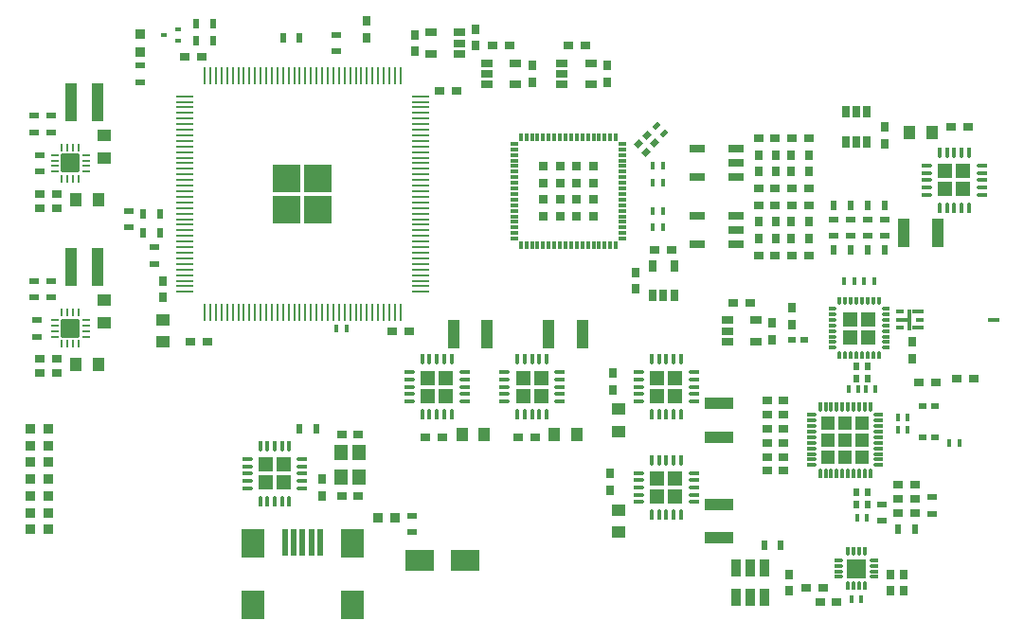
<source format=gtp>
%FSLAX46Y46*%
%MOMM*%
%AMPS74*
21,1,1.400000,1.200000,0.000000,0.000000,270.000000*
%
%ADD74PS74*%
%AMPS22*
21,1,1.000000,2.500000,0.000000,0.000000,0.000000*
%
%ADD22PS22*%
%AMPS64*
21,1,1.000000,2.500000,0.000000,0.000000,180.000000*
%
%ADD64PS64*%
%AMPS58*
21,1,1.000000,2.500000,0.000000,0.000000,270.000000*
%
%ADD58PS58*%
%AMPS38*
21,1,0.980000,3.400000,0.000000,0.000000,0.000000*
%
%ADD38PS38*%
%AMPS60*
21,1,2.500000,1.800000,0.000000,0.000000,180.000000*
%
%ADD60PS60*%
%AMPS73*
21,1,0.510000,0.400000,0.000000,0.000000,180.000000*
%
%ADD73PS73*%
%AMPS63*
21,1,0.890000,1.600000,0.000000,0.000000,0.000000*
%
%ADD63PS63*%
%AMPS62*
21,1,0.890000,1.600000,0.000000,0.000000,180.000000*
%
%ADD62PS62*%
%AMPS76*
21,1,0.250000,1.450000,0.000000,0.000000,0.000000*
%
%ADD76PS76*%
%AMPS77*
21,1,0.250000,1.450000,0.000000,0.000000,90.000000*
%
%ADD77PS77*%
%AMPS79*
21,1,0.250000,1.450000,0.000000,0.000000,180.000000*
%
%ADD79PS79*%
%AMPS78*
21,1,0.250000,1.450000,0.000000,0.000000,270.000000*
%
%ADD78PS78*%
%AMPS65*
21,1,0.625000,0.850000,0.000000,0.000000,0.000000*
%
%ADD65PS65*%
%AMPS75*
21,1,0.625000,0.850000,0.000000,0.000000,180.000000*
%
%ADD75PS75*%
%AMPS85*
21,1,0.280000,0.686000,0.000000,0.000000,0.000000*
%
%ADD85PS85*%
%AMPS82*
21,1,0.280000,0.686000,0.000000,0.000000,90.000000*
%
%ADD82PS82*%
%AMPS84*
21,1,0.280000,0.686000,0.000000,0.000000,180.000000*
%
%ADD84PS84*%
%AMPS83*
21,1,0.280000,0.686000,0.000000,0.000000,270.000000*
%
%ADD83PS83*%
%AMPS56*
21,1,0.360000,0.710000,0.000000,0.000000,270.000000*
%
%ADD56PS56*%
%AMPS81*
21,1,0.600000,0.500000,0.000000,0.000000,45.000000*
%
%ADD81PS81*%
%AMPS47*
21,1,0.600000,0.500000,0.000000,0.000000,90.000000*
%
%ADD47PS47*%
%AMPS59*
21,1,0.600000,0.500000,0.000000,0.000000,180.000000*
%
%ADD59PS59*%
%AMPS72*
21,1,0.600000,0.500000,0.000000,0.000000,225.000000*
%
%ADD72PS72*%
%AMPS69*
21,1,0.600000,0.500000,0.000000,0.000000,270.000000*
%
%ADD69PS69*%
%AMPS23*
21,1,0.500000,0.900000,0.000000,0.000000,0.000000*
%
%ADD23PS23*%
%AMPS16*
21,1,0.500000,0.900000,0.000000,0.000000,90.000000*
%
%ADD16PS16*%
%AMPS15*
21,1,0.500000,0.900000,0.000000,0.000000,180.000000*
%
%ADD15PS15*%
%AMPS21*
21,1,0.500000,0.900000,0.000000,0.000000,270.000000*
%
%ADD21PS21*%
%AMPS71*
21,1,2.300000,0.500000,0.000000,0.000000,90.000000*
%
%ADD71PS71*%
%AMPS53*
21,1,0.360000,1.000000,0.000000,0.000000,270.000000*
%
%ADD53PS53*%
%AMPS43*
21,1,1.750000,1.750000,0.000000,0.000000,90.000000*
%
%ADD43PS43*%
%AMPS17*
21,1,0.800000,0.750000,0.000000,0.000000,0.000000*
%
%ADD17PS17*%
%AMPS31*
21,1,0.800000,0.750000,0.000000,0.000000,90.000000*
%
%ADD31PS31*%
%AMPS24*
21,1,0.800000,0.750000,0.000000,0.000000,180.000000*
%
%ADD24PS24*%
%AMPS30*
21,1,0.800000,0.750000,0.000000,0.000000,270.000000*
%
%ADD30PS30*%
%AMPS54*
21,1,0.360000,1.065000,0.000000,0.000000,270.000000*
%
%ADD54PS54*%
%AMPS55*
21,1,1.780000,0.410000,0.000000,0.000000,270.000000*
%
%ADD55PS55*%
%AMPS67*
21,1,0.600000,1.100000,0.000000,0.000000,0.000000*
%
%ADD67PS67*%
%AMPS66*
21,1,0.600000,1.100000,0.000000,0.000000,180.000000*
%
%ADD66PS66*%
%AMPS25*
21,1,1.000000,1.250000,0.000000,0.000000,0.000000*
%
%ADD25PS25*%
%AMPS88*
21,1,1.000000,1.250000,0.000000,0.000000,180.000000*
%
%ADD88PS88*%
%AMPS37*
21,1,1.000000,1.250000,0.000000,0.000000,270.000000*
%
%ADD37PS37*%
%AMPS18*
21,1,0.800000,0.800000,0.000000,0.000000,0.000000*
%
%ADD18PS18*%
%AMPS44*
21,1,0.800000,0.800000,0.000000,0.000000,180.000000*
%
%ADD44PS44*%
%AMPS61*
21,1,0.800000,0.800000,0.000000,0.000000,270.000000*
%
%ADD61PS61*%
%AMPS70*
21,1,2.500000,2.000000,0.000000,0.000000,90.000000*
%
%ADD70PS70*%
%AMPS26*
21,1,0.760000,1.400000,0.000000,0.000000,90.000000*
%
%ADD26PS26*%
%AMPS27*
21,1,0.760000,1.400000,0.000000,0.000000,270.000000*
%
%ADD27PS27*%
%AMPS20*
21,1,0.400000,0.600000,0.000000,0.000000,0.000000*
%
%ADD20PS20*%
%AMPS87*
21,1,0.400000,0.600000,0.000000,0.000000,135.000000*
%
%ADD87PS87*%
%AMPS19*
21,1,0.400000,0.600000,0.000000,0.000000,180.000000*
%
%ADD19PS19*%
%AMPS52*
21,1,1.200000,1.200000,0.000000,0.000000,90.000000*
21,1,1.200000,1.200000,0.000000,1.500000,90.000000*
21,1,1.200000,1.200000,1.500000,1.500000,90.000000*
21,1,1.200000,1.200000,-1.500000,1.500000,90.000000*
21,1,1.200000,1.200000,0.000000,-1.500000,90.000000*
21,1,1.200000,1.200000,-1.500000,-1.500000,90.000000*
21,1,1.200000,1.200000,1.500000,-1.500000,90.000000*
21,1,1.200000,1.200000,-1.500000,0.000000,90.000000*
21,1,1.200000,1.200000,1.500000,0.000000,90.000000*
%
%ADD52PS52*%
%AMPS36*
1,1,0.100000,-0.800000,0.800000*
1,1,0.100000,0.800000,0.800000*
21,1,1.700000,1.600000,0.000000,0.000000,270.000000*
21,1,1.600000,1.700000,0.000000,0.000000,270.000000*
1,1,0.100000,-0.800000,-0.800000*
1,1,0.100000,0.800000,-0.800000*
%
%ADD36PS36*%
%AMPS34*
1,1,0.100000,-0.075000,-0.250000*
1,1,0.100000,-0.075000,0.250000*
21,1,0.250000,0.500000,0.000000,0.000000,0.000000*
21,1,0.150000,0.600000,0.000000,0.000000,0.000000*
1,1,0.100000,0.075000,-0.250000*
1,1,0.100000,0.075000,0.250000*
%
%ADD34PS34*%
%AMPS33*
1,1,0.100000,0.250000,-0.075000*
1,1,0.100000,-0.250000,-0.075000*
21,1,0.250000,0.500000,0.000000,0.000000,90.000000*
21,1,0.150000,0.600000,0.000000,0.000000,90.000000*
1,1,0.100000,0.250000,0.075000*
1,1,0.100000,-0.250000,0.075000*
%
%ADD33PS33*%
%AMPS32*
1,1,0.100000,0.075000,0.250000*
1,1,0.100000,0.075000,-0.250000*
21,1,0.250000,0.500000,0.000000,0.000000,180.000000*
21,1,0.150000,0.600000,0.000000,0.000000,180.000000*
1,1,0.100000,-0.075000,0.250000*
1,1,0.100000,-0.075000,-0.250000*
%
%ADD32PS32*%
%AMPS35*
1,1,0.100000,-0.250000,0.075000*
1,1,0.100000,0.250000,0.075000*
21,1,0.250000,0.500000,0.000000,0.000000,270.000000*
21,1,0.150000,0.600000,0.000000,0.000000,270.000000*
1,1,0.100000,-0.250000,-0.075000*
1,1,0.100000,0.250000,-0.075000*
%
%ADD35PS35*%
%AMPS46*
1,1,0.100000,-0.250000,-0.500000*
1,1,0.100000,-0.250000,0.500000*
21,1,0.600000,1.000000,0.000000,0.000000,0.000000*
21,1,0.500000,1.100000,0.000000,0.000000,0.000000*
1,1,0.100000,0.250000,-0.500000*
1,1,0.100000,0.250000,0.500000*
%
%ADD46PS46*%
%AMPS29*
1,1,0.100000,0.500000,-0.250000*
1,1,0.100000,-0.500000,-0.250000*
21,1,0.600000,1.000000,0.000000,0.000000,90.000000*
21,1,0.500000,1.100000,0.000000,0.000000,90.000000*
1,1,0.100000,0.500000,0.250000*
1,1,0.100000,-0.500000,0.250000*
%
%ADD29PS29*%
%AMPS45*
1,1,0.100000,0.250000,0.500000*
1,1,0.100000,0.250000,-0.500000*
21,1,0.600000,1.000000,0.000000,0.000000,180.000000*
21,1,0.500000,1.100000,0.000000,0.000000,180.000000*
1,1,0.100000,-0.250000,0.500000*
1,1,0.100000,-0.250000,-0.500000*
%
%ADD45PS45*%
%AMPS28*
1,1,0.100000,-0.500000,0.250000*
1,1,0.100000,0.500000,0.250000*
21,1,0.600000,1.000000,0.000000,0.000000,270.000000*
21,1,0.500000,1.100000,0.000000,0.000000,270.000000*
1,1,0.100000,-0.500000,-0.250000*
1,1,0.100000,0.500000,-0.250000*
%
%ADD28PS28*%
%AMPS80*
21,1,2.400000,2.400000,-1.400000,-1.400000,90.000000*
21,1,2.400000,2.400000,1.400000,1.400000,90.000000*
21,1,2.400000,2.400000,-1.400000,1.400000,90.000000*
21,1,2.400000,2.400000,1.400000,-1.400000,90.000000*
%
%ADD80PS80*%
%AMPS93*
21,1,1.237500,1.237500,0.825000,-0.825000,180.000000*
21,1,1.237500,1.237500,0.825000,0.825000,180.000000*
21,1,1.237500,1.237500,-0.825000,0.825000,180.000000*
21,1,1.237500,1.237500,-0.825000,-0.825000,180.000000*
%
%ADD93PS93*%
%AMPS86*
21,1,0.750000,0.750000,-2.250000,-2.250000,270.000000*
21,1,0.750000,0.750000,0.750000,-2.250000,270.000000*
21,1,0.750000,0.750000,2.250000,2.250000,270.000000*
21,1,0.750000,0.750000,-0.750000,-2.250000,270.000000*
21,1,0.750000,0.750000,2.250000,-0.750000,270.000000*
21,1,0.750000,0.750000,0.750000,2.250000,270.000000*
21,1,0.750000,0.750000,2.250000,0.750000,270.000000*
21,1,0.750000,0.750000,-2.250000,2.250000,270.000000*
21,1,0.750000,0.750000,0.750000,0.750000,270.000000*
21,1,0.750000,0.750000,-2.250000,-0.750000,270.000000*
21,1,0.750000,0.750000,-0.750000,-0.750000,270.000000*
21,1,0.750000,0.750000,0.750000,-0.750000,270.000000*
21,1,0.750000,0.750000,-0.750000,0.750000,270.000000*
21,1,0.750000,0.750000,-2.250000,0.750000,270.000000*
21,1,0.750000,0.750000,2.250000,-2.250000,270.000000*
21,1,0.750000,0.750000,-0.750000,2.250000,270.000000*
%
%ADD86PS86*%
%AMPS89*
1,1,0.280000,0.000000,0.210000*
21,1,0.280000,0.560000,0.000000,-0.070000,0.000000*
%
%ADD89PS89*%
%AMPS91*
1,1,0.280000,-0.210000,0.000000*
21,1,0.280000,0.560000,0.000000,-0.070000,90.000000*
%
%ADD91PS91*%
%AMPS90*
1,1,0.280000,0.000000,-0.210000*
21,1,0.280000,0.560000,0.000000,-0.070000,180.000000*
%
%ADD90PS90*%
%AMPS92*
1,1,0.280000,0.210000,0.000000*
21,1,0.280000,0.560000,0.000000,-0.070000,270.000000*
%
%ADD92PS92*%
%AMPS39*
1,1,0.300000,0.000000,0.250000*
21,1,0.300000,0.650000,0.000000,-0.075000,0.000000*
%
%ADD39PS39*%
%AMPS42*
1,1,0.300000,-0.250000,0.000000*
21,1,0.300000,0.650000,0.000000,-0.075000,90.000000*
%
%ADD42PS42*%
%AMPS41*
1,1,0.300000,0.000000,-0.250000*
21,1,0.300000,0.650000,0.000000,-0.075000,180.000000*
%
%ADD41PS41*%
%AMPS40*
1,1,0.300000,0.250000,0.000000*
21,1,0.300000,0.650000,0.000000,-0.075000,270.000000*
%
%ADD40PS40*%
%AMPS12*
1,1,0.350000,0.000000,0.325000*
21,1,0.350000,0.825000,0.000000,-0.087500,0.000000*
%
%ADD12PS12*%
%AMPS13*
1,1,0.350000,-0.325000,0.000000*
21,1,0.350000,0.825000,0.000000,-0.087500,90.000000*
%
%ADD13PS13*%
%AMPS11*
1,1,0.350000,0.000000,-0.325000*
21,1,0.350000,0.825000,0.000000,-0.087500,180.000000*
%
%ADD11PS11*%
%AMPS10*
1,1,0.350000,0.325000,0.000000*
21,1,0.350000,0.825000,0.000000,-0.087500,270.000000*
%
%ADD10PS10*%
%AMPS48*
1,1,0.280000,0.000000,0.285000*
21,1,0.280000,0.710000,0.000000,-0.070000,0.000000*
%
%ADD48PS48*%
%AMPS49*
1,1,0.280000,-0.285000,0.000000*
21,1,0.280000,0.710000,0.000000,-0.070000,90.000000*
%
%ADD49PS49*%
%AMPS50*
1,1,0.280000,0.000000,-0.285000*
21,1,0.280000,0.710000,0.000000,-0.070000,180.000000*
%
%ADD50PS50*%
%AMPS51*
1,1,0.280000,0.285000,0.000000*
21,1,0.280000,0.710000,0.000000,-0.070000,270.000000*
%
%ADD51PS51*%
%AMPS14*
21,1,1.300000,1.300000,-0.800000,0.800000,90.000000*
21,1,1.300000,1.300000,0.800000,-0.800000,90.000000*
21,1,1.300000,1.300000,-0.800000,-0.800000,90.000000*
21,1,1.300000,1.300000,0.800000,0.800000,90.000000*
%
%ADD14PS14*%
%AMPS68*
21,1,1.300000,1.300000,-0.800000,0.800000,180.000000*
21,1,1.300000,1.300000,0.800000,-0.800000,180.000000*
21,1,1.300000,1.300000,-0.800000,-0.800000,180.000000*
21,1,1.300000,1.300000,0.800000,0.800000,180.000000*
%
%ADD68PS68*%
%AMPS57*
21,1,1.300000,1.300000,-0.800000,0.800000,270.000000*
21,1,1.300000,1.300000,0.800000,-0.800000,270.000000*
21,1,1.300000,1.300000,-0.800000,-0.800000,270.000000*
21,1,1.300000,1.300000,0.800000,0.800000,270.000000*
%
%ADD57PS57*%
G01*
G01*
%LPD*%
D10*
X79600000Y40900000D03*
D11*
X83300000Y42650000D03*
D11*
X80700000Y42650000D03*
D12*
X83300000Y37850000D03*
D10*
X79600000Y39600000D03*
D11*
X81350000Y42650000D03*
D13*
X84400000Y38950000D03*
D13*
X84400000Y40900000D03*
D12*
X81350000Y37850000D03*
D13*
X84400000Y39600000D03*
D13*
X84400000Y41550000D03*
D10*
X79600000Y40250000D03*
D13*
X84400000Y40250000D03*
D12*
X82650000Y37850000D03*
D10*
X79600000Y41550000D03*
D12*
X80700000Y37850000D03*
D14*
X82000000Y40250000D03*
D12*
X82000000Y37850000D03*
D10*
X79600000Y38950000D03*
D11*
X82650000Y42650000D03*
D11*
X82000000Y42650000D03*
D15*
X15750000Y54250000D03*
D15*
X14250000Y54250000D03*
D16*
X75750000Y35250000D03*
D16*
X75750000Y36750000D03*
D17*
X33250000Y26750000D03*
D17*
X31750000Y26750000D03*
D18*
X-550000Y10500000D03*
D18*
X1050000Y10500000D03*
D19*
X73050000Y31250000D03*
D19*
X72150000Y31250000D03*
D17*
X83250000Y45000000D03*
D17*
X81750000Y45000000D03*
D17*
X49000000Y52249960D03*
D17*
X47500000Y52249960D03*
D20*
X73300000Y10000000D03*
D20*
X74200000Y10000000D03*
D21*
X8250000Y37500000D03*
D21*
X8250000Y36000000D03*
D22*
X37250000Y26500000D03*
D22*
X40250000Y26500000D03*
D23*
X74250000Y38000000D03*
D23*
X75750000Y38000000D03*
D18*
X-550000Y18000000D03*
D18*
X1050000Y18000000D03*
D24*
X64500000Y33500000D03*
D24*
X66000000Y33500000D03*
D15*
X66500000Y7600000D03*
D15*
X65000000Y7600000D03*
D21*
X75500000Y11250000D03*
D21*
X75500000Y9750000D03*
D25*
X3500056Y38499992D03*
D25*
X5500056Y38499992D03*
D26*
X62465000Y41750000D03*
D27*
X59035000Y43020000D03*
D26*
X62465000Y40480000D03*
D26*
X62465000Y43020000D03*
D27*
X59035000Y40480000D03*
D25*
X38000056Y17499992D03*
D25*
X40000056Y17499992D03*
D28*
X35200000Y51550000D03*
D28*
X35200000Y53450000D03*
D29*
X37800000Y53450000D03*
D29*
X37800000Y51550000D03*
D29*
X37800000Y52500000D03*
D17*
X70250000Y3750000D03*
D17*
X68750000Y3750000D03*
D24*
X77000000Y13000000D03*
D24*
X78500000Y13000000D03*
D24*
X70000000Y2500000D03*
D24*
X71500000Y2500000D03*
D23*
X77000000Y9000000D03*
D23*
X78500000Y9000000D03*
D30*
X51000000Y48999960D03*
D30*
X51000000Y50499960D03*
D31*
X51250000Y14000000D03*
D31*
X51250000Y12500000D03*
D20*
X55050000Y36000000D03*
D20*
X55950000Y36000000D03*
D32*
X2750000Y28400000D03*
D33*
X4400000Y26750000D03*
D32*
X2250000Y28400000D03*
D34*
X2750000Y25600000D03*
D34*
X2250000Y25600000D03*
D35*
X1600000Y26250000D03*
D33*
X4400000Y27750000D03*
D35*
X1600000Y27750000D03*
D33*
X4400000Y26250000D03*
D35*
X1600000Y26750000D03*
D32*
X3750000Y28400000D03*
D36*
X3000000Y27000000D03*
D33*
X4400000Y27250000D03*
D32*
X3250000Y28400000D03*
D34*
X3750000Y25600000D03*
D35*
X1600000Y27250000D03*
D34*
X3250000Y25600000D03*
D37*
X5999992Y29499944D03*
D37*
X5999992Y27499944D03*
D24*
X65250000Y19250000D03*
D24*
X66750000Y19250000D03*
D38*
X3065000Y32500000D03*
D38*
X5435000Y32500000D03*
D17*
X66000000Y44000000D03*
D17*
X64500000Y44000000D03*
D20*
X55050000Y40000000D03*
D20*
X55950000Y40000000D03*
D24*
X77000000Y11750000D03*
D24*
X78500000Y11750000D03*
D39*
X73500000Y4000000D03*
D39*
X74000000Y4000000D03*
D40*
X71750000Y6250000D03*
D41*
X73500000Y7000000D03*
D42*
X74750000Y6250000D03*
D41*
X74000000Y7000000D03*
D40*
X71750000Y5250000D03*
D39*
X72500000Y4000000D03*
D42*
X74750000Y5250000D03*
D42*
X74750000Y5750000D03*
D41*
X72500000Y7000000D03*
D40*
X71750000Y4750000D03*
D39*
X73000000Y4000000D03*
D40*
X71750000Y5750000D03*
D42*
X74750000Y4750000D03*
D41*
X73000000Y7000000D03*
D43*
X73250000Y5500000D03*
D44*
X32050000Y10000000D03*
D44*
X30450000Y10000000D03*
D16*
X71250000Y35250000D03*
D16*
X71250000Y36750000D03*
D20*
X55050000Y41500000D03*
D20*
X55950000Y41500000D03*
D45*
X55050000Y32550000D03*
D45*
X56950000Y32550000D03*
D46*
X56950000Y29950000D03*
D46*
X55050000Y29950000D03*
D46*
X56000000Y29950000D03*
D17*
X28750000Y17500000D03*
D17*
X27250000Y17500000D03*
D47*
X74250000Y12300000D03*
D47*
X74250000Y11200000D03*
D20*
X26800000Y27000000D03*
D20*
X27700000Y27000000D03*
D17*
X69000000Y33500000D03*
D17*
X67500000Y33500000D03*
D17*
X66750000Y14250000D03*
D17*
X65250000Y14250000D03*
D17*
X63750000Y29250000D03*
D17*
X62250000Y29250000D03*
D48*
X72500000Y14025000D03*
D49*
X75225000Y18250000D03*
D50*
X70500000Y19975000D03*
D49*
X75225000Y15750000D03*
D51*
X69275000Y18250000D03*
D51*
X69275000Y19250000D03*
D48*
X74500000Y14025000D03*
D51*
X69275000Y15250000D03*
D49*
X75225000Y19250000D03*
D52*
X72250000Y17000000D03*
D51*
X69275000Y16750000D03*
D51*
X69275000Y18750000D03*
D51*
X69275000Y15750000D03*
D51*
X69275000Y14750000D03*
D49*
X75225000Y17750000D03*
D48*
X72000000Y14025000D03*
D49*
X75225000Y17250000D03*
D50*
X74500000Y19975000D03*
D51*
X69275000Y16250000D03*
D51*
X69275000Y17250000D03*
D50*
X73500000Y19975000D03*
D50*
X72500000Y19975000D03*
D49*
X75225000Y16250000D03*
D50*
X73000000Y19975000D03*
D50*
X71500000Y19975000D03*
D50*
X72000000Y19975000D03*
D49*
X75225000Y18750000D03*
D51*
X69275000Y17750000D03*
D50*
X71000000Y19975000D03*
D49*
X75225000Y16750000D03*
D49*
X75225000Y15250000D03*
D48*
X70000000Y14025000D03*
D50*
X70000000Y19975000D03*
D49*
X75225000Y14750000D03*
D48*
X73000000Y14025000D03*
D50*
X74000000Y19975000D03*
D48*
X71500000Y14025000D03*
D48*
X74000000Y14025000D03*
D48*
X73500000Y14025000D03*
D48*
X70500000Y14025000D03*
D48*
X71000000Y14025000D03*
D53*
X85500000Y27750000D03*
D16*
X80000000Y10375000D03*
D16*
X80000000Y11875000D03*
D15*
X23500000Y53000000D03*
D15*
X22000000Y53000000D03*
D20*
X81550000Y16750000D03*
D20*
X82450000Y16750000D03*
D54*
X78762500Y27040000D03*
D54*
X78762500Y28460000D03*
D55*
X78025000Y27750000D03*
D56*
X77110000Y27040000D03*
D56*
X78940000Y27750000D03*
D56*
X77110000Y28460000D03*
D54*
X77287500Y27750000D03*
D30*
X64500000Y35000000D03*
D30*
X64500000Y36500000D03*
D24*
X64500000Y39500000D03*
D24*
X66000000Y39500000D03*
D24*
X65250000Y18000000D03*
D24*
X66750000Y18000000D03*
D13*
X23650000Y13350000D03*
D12*
X19950000Y11600000D03*
D12*
X22550000Y11600000D03*
D11*
X19950000Y16400000D03*
D13*
X23650000Y14650000D03*
D12*
X21900000Y11600000D03*
D10*
X18850000Y15300000D03*
D10*
X18850000Y13350000D03*
D11*
X21900000Y16400000D03*
D10*
X18850000Y14650000D03*
D10*
X18850000Y12700000D03*
D13*
X23650000Y14000000D03*
D10*
X18850000Y14000000D03*
D11*
X20600000Y16400000D03*
D13*
X23650000Y12700000D03*
D11*
X22550000Y16400000D03*
D57*
X21250000Y14000000D03*
D11*
X21250000Y16400000D03*
D13*
X23650000Y15300000D03*
D12*
X20600000Y11600000D03*
D12*
X21250000Y11600000D03*
D19*
X73700000Y2750000D03*
D19*
X72800000Y2750000D03*
D58*
X61000000Y11250000D03*
D58*
X61000000Y8250000D03*
D31*
X33750000Y53250000D03*
D31*
X33750000Y51750000D03*
D59*
X67450000Y26000000D03*
D59*
X68550000Y26000000D03*
D16*
X10500000Y32750000D03*
D16*
X10500000Y34250000D03*
D19*
X77850000Y17950000D03*
D19*
X76950000Y17950000D03*
D60*
X34250000Y6250000D03*
D60*
X38250000Y6250000D03*
D61*
X9250000Y53300000D03*
D61*
X9250000Y51700000D03*
D30*
X25500000Y12000000D03*
D30*
X25500000Y13500000D03*
D24*
X250000Y37750000D03*
D24*
X1750000Y37750000D03*
D20*
X72525000Y21575000D03*
D20*
X73425000Y21575000D03*
D13*
X46650000Y21100000D03*
D12*
X42950000Y19350000D03*
D12*
X45550000Y19350000D03*
D11*
X42950000Y24150000D03*
D13*
X46650000Y22400000D03*
D12*
X44900000Y19350000D03*
D10*
X41850000Y23050000D03*
D10*
X41850000Y21100000D03*
D11*
X44900000Y24150000D03*
D10*
X41850000Y22400000D03*
D10*
X41850000Y20450000D03*
D13*
X46650000Y21750000D03*
D10*
X41850000Y21750000D03*
D11*
X43600000Y24150000D03*
D13*
X46650000Y20450000D03*
D11*
X45550000Y24150000D03*
D57*
X44250000Y21750000D03*
D11*
X44250000Y24150000D03*
D13*
X46650000Y23050000D03*
D12*
X43600000Y19350000D03*
D12*
X44250000Y19350000D03*
D16*
X9250000Y49000000D03*
D16*
X9250000Y50500000D03*
D62*
X63750000Y5550000D03*
D63*
X62480000Y2950000D03*
D63*
X63750000Y2950000D03*
D62*
X65020000Y5550000D03*
D62*
X62480000Y5550000D03*
D63*
X65020000Y2950000D03*
D64*
X80500000Y35500000D03*
D64*
X77500000Y35500000D03*
D58*
X61000000Y20250000D03*
D58*
X61000000Y17250000D03*
D30*
X69000000Y35000000D03*
D30*
X69000000Y36500000D03*
D19*
X74975000Y21575000D03*
D19*
X74075000Y21575000D03*
D65*
X67412500Y42500000D03*
D65*
X66087500Y42500000D03*
D17*
X66750000Y15500000D03*
D17*
X65250000Y15500000D03*
D30*
X69000000Y41000000D03*
D30*
X69000000Y42500000D03*
D29*
X64300000Y27700000D03*
D29*
X64300000Y25800000D03*
D28*
X61700000Y25800000D03*
D28*
X61700000Y27700000D03*
D28*
X61700000Y26750000D03*
D30*
X44250000Y49000000D03*
D30*
X44250000Y50500000D03*
D20*
X73950000Y31250000D03*
D20*
X74850000Y31250000D03*
D18*
X-550000Y15000000D03*
D18*
X1050000Y15000000D03*
D66*
X73250000Y46350000D03*
D67*
X72300000Y43650000D03*
D66*
X72300000Y46350000D03*
D67*
X73250000Y43650000D03*
D66*
X74200000Y46350000D03*
D67*
X74200000Y43650000D03*
D12*
X55600000Y10350000D03*
D10*
X53850000Y14050000D03*
D10*
X53850000Y11450000D03*
D13*
X58650000Y14050000D03*
D12*
X56900000Y10350000D03*
D10*
X53850000Y12100000D03*
D11*
X57550000Y15150000D03*
D11*
X55600000Y15150000D03*
D13*
X58650000Y12100000D03*
D11*
X56900000Y15150000D03*
D11*
X54950000Y15150000D03*
D12*
X56250000Y10350000D03*
D11*
X56250000Y15150000D03*
D13*
X58650000Y13400000D03*
D12*
X54950000Y10350000D03*
D13*
X58650000Y11450000D03*
D68*
X56250000Y12750000D03*
D13*
X58650000Y12750000D03*
D12*
X57550000Y10350000D03*
D10*
X53850000Y13400000D03*
D10*
X53850000Y12750000D03*
D16*
X74250000Y35250000D03*
D16*
X74250000Y36750000D03*
D24*
X27250000Y12000000D03*
D24*
X28750000Y12000000D03*
D24*
X67500000Y44000000D03*
D24*
X69000000Y44000000D03*
D69*
X74250000Y22525000D03*
D69*
X74250000Y23625000D03*
D19*
X77850000Y19050000D03*
D19*
X76950000Y19050000D03*
D24*
X78850000Y22150000D03*
D24*
X80350000Y22150000D03*
D24*
X34750000Y17250000D03*
D24*
X36250000Y17250000D03*
D37*
X51999992Y10749944D03*
D37*
X51999992Y8749944D03*
D13*
X38150000Y21100000D03*
D12*
X34450000Y19350000D03*
D12*
X37050000Y19350000D03*
D11*
X34450000Y24150000D03*
D13*
X38150000Y22400000D03*
D12*
X36400000Y19350000D03*
D10*
X33350000Y23050000D03*
D10*
X33350000Y21100000D03*
D11*
X36400000Y24150000D03*
D10*
X33350000Y22400000D03*
D10*
X33350000Y20450000D03*
D13*
X38150000Y21750000D03*
D10*
X33350000Y21750000D03*
D11*
X35100000Y24150000D03*
D13*
X38150000Y20450000D03*
D11*
X37050000Y24150000D03*
D57*
X35750000Y21750000D03*
D11*
X35750000Y24150000D03*
D13*
X38150000Y23050000D03*
D12*
X35100000Y19350000D03*
D12*
X35750000Y19350000D03*
D24*
X13250000Y51250000D03*
D24*
X14750000Y51250000D03*
D23*
X74250000Y34000000D03*
D23*
X75750000Y34000000D03*
D17*
X42250000Y52250000D03*
D17*
X40750000Y52250000D03*
D16*
X1250000Y29750000D03*
D16*
X1250000Y31250000D03*
D69*
X73250000Y22525000D03*
D69*
X73250000Y23625000D03*
D20*
X55050000Y37500000D03*
D20*
X55950000Y37500000D03*
D23*
X9500000Y35500000D03*
D23*
X11000000Y35500000D03*
D15*
X25000000Y18000000D03*
D15*
X23500000Y18000000D03*
D24*
X65250000Y20500000D03*
D24*
X66750000Y20500000D03*
D17*
X37500000Y48250000D03*
D17*
X36000000Y48250000D03*
D65*
X67412500Y36500000D03*
D65*
X66087500Y36500000D03*
D37*
X11249992Y27749944D03*
D37*
X11249992Y25749944D03*
D21*
X-250000Y31250000D03*
D21*
X-250000Y29750000D03*
D31*
X51500000Y23000000D03*
D31*
X51500000Y21500000D03*
D70*
X28200000Y2250000D03*
D71*
X22950000Y7850000D03*
D71*
X25350000Y7850000D03*
D71*
X23750000Y7850000D03*
D70*
X19300000Y2250000D03*
D71*
X22150000Y7850000D03*
D71*
X24550000Y7850000D03*
D70*
X28200000Y7750000D03*
D70*
X19300000Y7750000D03*
D16*
X1250000Y44500000D03*
D16*
X1250000Y46000000D03*
D12*
X55600000Y19350000D03*
D10*
X53850000Y23050000D03*
D10*
X53850000Y20450000D03*
D13*
X58650000Y23050000D03*
D12*
X56900000Y19350000D03*
D10*
X53850000Y21100000D03*
D11*
X57550000Y24150000D03*
D11*
X55600000Y24150000D03*
D13*
X58650000Y21100000D03*
D11*
X56900000Y24150000D03*
D11*
X54950000Y24150000D03*
D12*
X56250000Y19350000D03*
D11*
X56250000Y24150000D03*
D13*
X58650000Y22400000D03*
D12*
X54950000Y19350000D03*
D13*
X58650000Y20450000D03*
D68*
X56250000Y21750000D03*
D13*
X58650000Y21750000D03*
D12*
X57550000Y19350000D03*
D10*
X53850000Y22400000D03*
D10*
X53850000Y21750000D03*
D29*
X42800000Y50700000D03*
D29*
X42800000Y48800000D03*
D28*
X40200000Y48800000D03*
D28*
X40200000Y50700000D03*
D28*
X40200000Y49750000D03*
D72*
X53757539Y43464645D03*
D72*
X54535355Y44242461D03*
D30*
X65750000Y26000000D03*
D30*
X65750000Y27500000D03*
D37*
X51999992Y19749944D03*
D37*
X51999992Y17749944D03*
D69*
X73250000Y11200000D03*
D69*
X73250000Y12300000D03*
D18*
X-550000Y16500000D03*
D18*
X1050000Y16500000D03*
D73*
X12650000Y52750000D03*
D73*
X12650000Y53750000D03*
D73*
X11350000Y53250000D03*
D32*
X2750000Y43150000D03*
D33*
X4400000Y41500000D03*
D32*
X2250000Y43150000D03*
D34*
X2750000Y40350000D03*
D34*
X2250000Y40350000D03*
D35*
X1600000Y41000000D03*
D33*
X4400000Y42500000D03*
D35*
X1600000Y42500000D03*
D33*
X4400000Y41000000D03*
D35*
X1600000Y41500000D03*
D32*
X3750000Y43150000D03*
D36*
X3000000Y41750000D03*
D33*
X4400000Y42000000D03*
D32*
X3250000Y43150000D03*
D34*
X3750000Y40350000D03*
D35*
X1600000Y42000000D03*
D34*
X3250000Y40350000D03*
D59*
X79200000Y20000000D03*
D59*
X80300000Y20000000D03*
D16*
X72750000Y35250000D03*
D16*
X72750000Y36750000D03*
D74*
X28800000Y13650000D03*
D74*
X28800000Y15850000D03*
D74*
X27200000Y15850000D03*
D74*
X27200000Y13650000D03*
D31*
X75750000Y45000000D03*
D31*
X75750000Y43500000D03*
D22*
X45750000Y26500000D03*
D22*
X48750000Y26500000D03*
D21*
X26750000Y53250000D03*
D21*
X26750000Y51750000D03*
D75*
X66087500Y41000000D03*
D75*
X67412500Y41000000D03*
D25*
X3500056Y23749992D03*
D25*
X5500056Y23749992D03*
D38*
X3065000Y47238045D03*
D38*
X5435000Y47238045D03*
D21*
X-250000Y46000000D03*
D21*
X-250000Y44500000D03*
D76*
X27000000Y28450000D03*
D77*
X34300000Y31250000D03*
D76*
X18000000Y28450000D03*
D78*
X13200000Y43250000D03*
D77*
X34300000Y46250000D03*
D76*
X19000000Y28450000D03*
D78*
X13200000Y40250000D03*
D78*
X13200000Y31250000D03*
D78*
X13200000Y41250000D03*
D78*
X13200000Y33250000D03*
D76*
X31500000Y28450000D03*
D79*
X17500000Y49550000D03*
D79*
X25000000Y49550000D03*
D78*
X13200000Y46750000D03*
D77*
X34300000Y36250000D03*
D79*
X16000000Y49550000D03*
D77*
X34300000Y40250000D03*
D79*
X18000000Y49550000D03*
D78*
X13200000Y46250000D03*
D79*
X24500000Y49550000D03*
D77*
X34300000Y40750000D03*
D79*
X20500000Y49550000D03*
D76*
X31000000Y28450000D03*
D79*
X20000000Y49550000D03*
D78*
X13200000Y37250000D03*
D78*
X13200000Y42750000D03*
D77*
X34300000Y31750000D03*
D77*
X34300000Y38750000D03*
D78*
X13200000Y40750000D03*
D79*
X29500000Y49550000D03*
D78*
X13200000Y36250000D03*
D77*
X34300000Y34250000D03*
D76*
X21500000Y28450000D03*
D77*
X34300000Y32750000D03*
D76*
X22500000Y28450000D03*
D78*
X13200000Y43750000D03*
D77*
X34300000Y47250000D03*
D78*
X13200000Y34750000D03*
D76*
X16500000Y28450000D03*
D76*
X23500000Y28450000D03*
D77*
X34300000Y44750000D03*
D76*
X28000000Y28450000D03*
D79*
X23000000Y49550000D03*
D79*
X27500000Y49550000D03*
D76*
X25500000Y28450000D03*
D76*
X26000000Y28450000D03*
D76*
X29000000Y28450000D03*
D77*
X34300000Y37750000D03*
D76*
X32000000Y28450000D03*
D78*
X13200000Y45250000D03*
D77*
X34300000Y39250000D03*
D78*
X13200000Y45750000D03*
D76*
X25000000Y28450000D03*
D78*
X13200000Y37750000D03*
D79*
X29000000Y49550000D03*
D79*
X16500000Y49550000D03*
D76*
X29500000Y28450000D03*
D76*
X30500000Y28450000D03*
D77*
X34300000Y35250000D03*
D79*
X30000000Y49550000D03*
D78*
X13200000Y31750000D03*
D79*
X31500000Y49550000D03*
D76*
X20500000Y28450000D03*
D76*
X19500000Y28450000D03*
D77*
X34300000Y38250000D03*
D79*
X21500000Y49550000D03*
D79*
X32500000Y49550000D03*
D78*
X13200000Y39750000D03*
D76*
X17000000Y28450000D03*
D76*
X20000000Y28450000D03*
D80*
X23750000Y39000000D03*
D77*
X34300000Y47750000D03*
D78*
X13200000Y32750000D03*
D76*
X32500000Y28450000D03*
D79*
X30500000Y49550000D03*
D77*
X34300000Y37250000D03*
D77*
X34300000Y39750000D03*
D77*
X34300000Y44250000D03*
D78*
X13200000Y35250000D03*
D78*
X13200000Y34250000D03*
D79*
X23500000Y49550000D03*
D79*
X28500000Y49550000D03*
D77*
X34300000Y43750000D03*
D76*
X24500000Y28450000D03*
D78*
X13200000Y44750000D03*
D78*
X13200000Y39250000D03*
D78*
X13200000Y42250000D03*
D78*
X13200000Y38250000D03*
D78*
X13200000Y35750000D03*
D76*
X18500000Y28450000D03*
D79*
X15000000Y49550000D03*
D76*
X16000000Y28450000D03*
D79*
X27000000Y49550000D03*
D79*
X22500000Y49550000D03*
D76*
X24000000Y28450000D03*
D77*
X34300000Y46750000D03*
D79*
X24000000Y49550000D03*
D77*
X34300000Y32250000D03*
D78*
X13200000Y44250000D03*
D78*
X13200000Y38750000D03*
D76*
X22000000Y28450000D03*
D76*
X15000000Y28450000D03*
D78*
X13200000Y30250000D03*
D77*
X34300000Y30250000D03*
D79*
X21000000Y49550000D03*
D78*
X13200000Y30750000D03*
D76*
X26500000Y28450000D03*
D77*
X34300000Y42250000D03*
D76*
X21000000Y28450000D03*
D77*
X34300000Y45750000D03*
D79*
X15500000Y49550000D03*
D77*
X34300000Y36750000D03*
D78*
X13200000Y33750000D03*
D76*
X28500000Y28450000D03*
D77*
X34300000Y34750000D03*
D77*
X34300000Y42750000D03*
D79*
X18500000Y49550000D03*
D79*
X28000000Y49550000D03*
D77*
X34300000Y41250000D03*
D77*
X34300000Y43250000D03*
D77*
X34300000Y33250000D03*
D77*
X34300000Y30750000D03*
D76*
X23000000Y28450000D03*
D77*
X34300000Y45250000D03*
D79*
X22000000Y49550000D03*
D77*
X34300000Y33750000D03*
D79*
X31000000Y49550000D03*
D78*
X13200000Y47750000D03*
D79*
X25500000Y49550000D03*
D79*
X17000000Y49550000D03*
D76*
X30000000Y28450000D03*
D78*
X13200000Y41750000D03*
D78*
X13200000Y36750000D03*
D76*
X27500000Y28450000D03*
D79*
X19500000Y49550000D03*
D77*
X34300000Y35750000D03*
D78*
X13200000Y47250000D03*
D79*
X19000000Y49550000D03*
D79*
X32000000Y49550000D03*
D79*
X26000000Y49550000D03*
D77*
X34300000Y41750000D03*
D78*
X13200000Y32250000D03*
D79*
X26500000Y49550000D03*
D76*
X17500000Y28450000D03*
D76*
X15500000Y28450000D03*
D15*
X72750000Y38000000D03*
D15*
X71250000Y38000000D03*
D75*
X66087500Y35000000D03*
D75*
X67412500Y35000000D03*
D24*
X67500000Y38000000D03*
D24*
X69000000Y38000000D03*
D81*
X55242461Y43535355D03*
D81*
X54464645Y42757539D03*
D59*
X79200000Y17250000D03*
D59*
X80300000Y17250000D03*
D31*
X11250000Y31250000D03*
D31*
X11250000Y29750000D03*
D37*
X5999992Y44237989D03*
D37*
X5999992Y42237989D03*
D82*
X52337000Y38000000D03*
D83*
X42663000Y42500000D03*
D82*
X52337000Y41000000D03*
D83*
X42663000Y41500000D03*
D84*
X51250000Y44087000D03*
D82*
X52337000Y39500000D03*
D83*
X42663000Y43500000D03*
D85*
X48250000Y34413000D03*
D84*
X49750000Y44087000D03*
D85*
X49250000Y34413000D03*
D84*
X43750000Y44087000D03*
D84*
X50750000Y44087000D03*
D83*
X42663000Y37500000D03*
D85*
X47250000Y34413000D03*
D84*
X45750000Y44087000D03*
D82*
X52337000Y37000000D03*
D83*
X42663000Y37000000D03*
D83*
X42663000Y42000000D03*
D83*
X42663000Y38500000D03*
D82*
X52337000Y42500000D03*
D82*
X52337000Y43000000D03*
D83*
X42663000Y36000000D03*
D84*
X48250000Y44087000D03*
D83*
X42663000Y38000000D03*
D83*
X42663000Y43000000D03*
D85*
X45750000Y34413000D03*
D83*
X42663000Y39500000D03*
D82*
X52337000Y42000000D03*
D82*
X52337000Y37500000D03*
D84*
X51750000Y44087000D03*
D82*
X52337000Y39000000D03*
D85*
X51750000Y34413000D03*
D85*
X44750000Y34413000D03*
D85*
X43750000Y34413000D03*
D84*
X47750000Y44087000D03*
D85*
X50250000Y34413000D03*
D85*
X43250000Y34413000D03*
D83*
X42663000Y35000000D03*
D83*
X42663000Y39000000D03*
D83*
X42663000Y41000000D03*
D82*
X52337000Y40500000D03*
D82*
X52337000Y38500000D03*
D84*
X43250000Y44087000D03*
D82*
X52337000Y36000000D03*
D85*
X48750000Y34413000D03*
D85*
X51250000Y34413000D03*
D85*
X44250000Y34413000D03*
D82*
X52337000Y41500000D03*
D82*
X52337000Y36500000D03*
D84*
X47250000Y44087000D03*
D84*
X46750000Y44087000D03*
D82*
X52337000Y40000000D03*
D85*
X46750000Y34413000D03*
D83*
X42663000Y36500000D03*
D85*
X50750000Y34413000D03*
D83*
X42663000Y40500000D03*
D84*
X44250000Y44087000D03*
D84*
X48750000Y44087000D03*
D84*
X46250000Y44087000D03*
D85*
X49750000Y34413000D03*
D83*
X42663000Y35500000D03*
D84*
X50250000Y44087000D03*
D82*
X52337000Y35500000D03*
D86*
X47500000Y39250000D03*
D84*
X44750000Y44087000D03*
D85*
X45250000Y34413000D03*
D83*
X42663000Y40000000D03*
D82*
X52337000Y35000000D03*
D84*
X45250000Y44087000D03*
D85*
X46250000Y34413000D03*
D85*
X47750000Y34413000D03*
D82*
X52337000Y43500000D03*
D84*
X49250000Y44087000D03*
D15*
X15750000Y52750000D03*
D15*
X14250000Y52750000D03*
D17*
X69000000Y39500000D03*
D17*
X67500000Y39500000D03*
D26*
X62465000Y35750000D03*
D27*
X59035000Y37020000D03*
D26*
X62465000Y34480000D03*
D26*
X62465000Y37020000D03*
D27*
X59035000Y34480000D03*
D17*
X56750000Y34000000D03*
D17*
X55250000Y34000000D03*
D30*
X39250000Y52250000D03*
D30*
X39250000Y53750000D03*
D24*
X65250000Y16750000D03*
D24*
X66750000Y16750000D03*
D15*
X72750000Y34000000D03*
D15*
X71250000Y34000000D03*
D30*
X64500000Y41000000D03*
D30*
X64500000Y42500000D03*
D30*
X76250000Y3500000D03*
D30*
X76250000Y5000000D03*
D31*
X77500000Y5000000D03*
D31*
X77500000Y3500000D03*
D21*
X250000Y42500000D03*
D21*
X250000Y41000000D03*
D21*
X0Y27750000D03*
D21*
X0Y26250000D03*
D24*
X250000Y24261955D03*
D24*
X1750000Y24261955D03*
D87*
X56055634Y44419238D03*
D87*
X55419238Y45055634D03*
D24*
X250000Y39000000D03*
D24*
X1750000Y39000000D03*
D18*
X-550000Y13500000D03*
D18*
X1050000Y13500000D03*
D24*
X13750000Y25750000D03*
D24*
X15250000Y25750000D03*
D31*
X29500000Y54500000D03*
D31*
X29500000Y53000000D03*
D17*
X83750000Y22500000D03*
D17*
X82250000Y22500000D03*
D30*
X78250000Y24250000D03*
D30*
X78250000Y25750000D03*
D29*
X49550000Y50699960D03*
D29*
X49550000Y48799960D03*
D28*
X46950000Y48799960D03*
D28*
X46950000Y50699960D03*
D28*
X46950000Y49749960D03*
D31*
X53500000Y32000000D03*
D31*
X53500000Y30500000D03*
D25*
X46250056Y17499992D03*
D25*
X48250056Y17499992D03*
D18*
X-550000Y12000000D03*
D18*
X1050000Y12000000D03*
D88*
X79999944Y44500008D03*
D88*
X77999944Y44500008D03*
D18*
X-550000Y9000000D03*
D18*
X1050000Y9000000D03*
D31*
X67500000Y28850000D03*
D31*
X67500000Y27350000D03*
D21*
X33500000Y10250000D03*
D21*
X33500000Y8750000D03*
D24*
X43000000Y17250000D03*
D24*
X44500000Y17250000D03*
D24*
X250000Y23011955D03*
D24*
X1750000Y23011955D03*
D23*
X9500000Y37250000D03*
D23*
X11000000Y37250000D03*
D24*
X77000000Y10500000D03*
D24*
X78500000Y10500000D03*
D31*
X67250000Y5000000D03*
D31*
X67250000Y3500000D03*
D89*
X72750000Y24600000D03*
D90*
X72750000Y29400000D03*
D91*
X75900000Y26750000D03*
D89*
X75250000Y24600000D03*
D92*
X71100000Y27750000D03*
D89*
X71750000Y24600000D03*
D90*
X74250000Y29400000D03*
D91*
X75900000Y27250000D03*
D92*
X71100000Y25750000D03*
D89*
X73250000Y24600000D03*
D91*
X75900000Y27750000D03*
D89*
X74750000Y24600000D03*
D90*
X73250000Y29400000D03*
D91*
X75900000Y28750000D03*
D90*
X74750000Y29400000D03*
D92*
X71100000Y28250000D03*
D90*
X73750000Y29400000D03*
D93*
X73500000Y27000000D03*
D92*
X71100000Y25250000D03*
D91*
X75900000Y25750000D03*
D92*
X71100000Y28750000D03*
D92*
X71100000Y26250000D03*
D92*
X71100000Y26750000D03*
D91*
X75900000Y26250000D03*
D92*
X71100000Y27250000D03*
D90*
X75250000Y29400000D03*
D90*
X71750000Y29400000D03*
D89*
X73750000Y24600000D03*
D90*
X72250000Y29400000D03*
D89*
X74250000Y24600000D03*
D89*
X72250000Y24600000D03*
D91*
X75900000Y25250000D03*
D91*
X75900000Y28250000D03*
D17*
X66000000Y38000000D03*
D17*
X64500000Y38000000D03*
M02*

</source>
